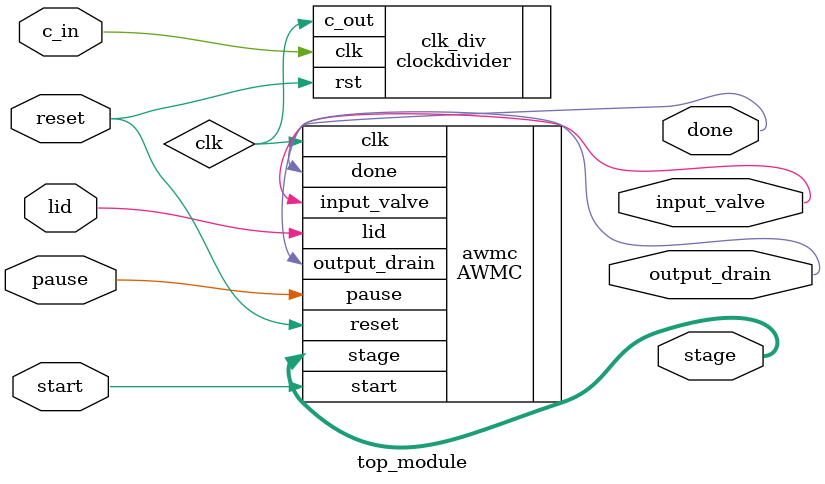
<source format=v>
`timescale 1ns / 1ps

module top_module(input c_in,  
                        reset,
                        start,
                        pause,
                        lid,
                  output [2:0] stage,
                  output done,
                  output input_valve,
                  output output_drain);
    
    wire clk;
  
    clockdivider clk_div(.c_out(clk),.clk(c_in),.rst(reset));
    AWMC awmc(.clk(clk),.reset(reset),.start(start),.pause(pause),.lid(lid),.stage(stage),.done(done),.input_valve(input_valve),.output_drain(output_drain));
    
endmodule

</source>
